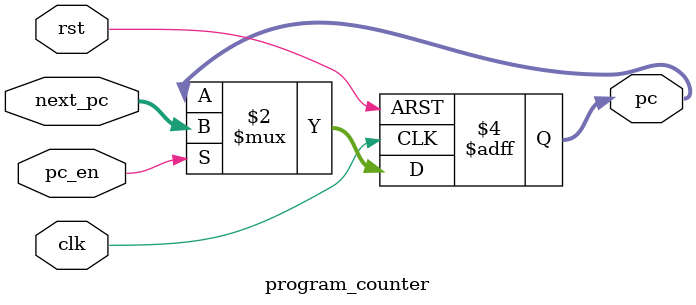
<source format=v>
module program_counter(
    input  wire        clk,
    input  wire        rst,
    input  wire        pc_en,
    input  wire [31:0] next_pc,
    output reg  [31:0] pc
);

    always @(posedge clk or posedge rst) begin
        if (rst) begin
            pc <= 32'h00000000;
        end else if (pc_en) begin
            pc <= next_pc;
        end
    end

endmodule

</source>
